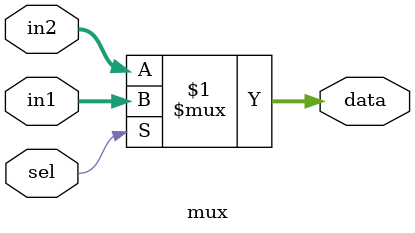
<source format=v>
module mux(	input [63: 0] in1,
	 		input [63:0] in2,
			input sel,
			output[63:0] data);


	assign data = (sel ? in1 : in2);


endmodule

</source>
